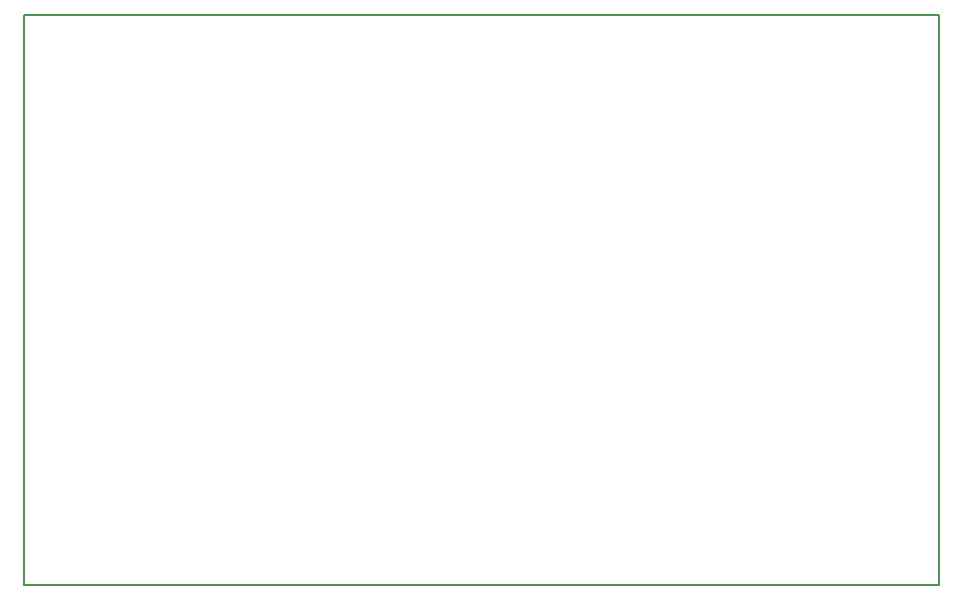
<source format=gm1>
G04 #@! TF.FileFunction,Profile,NP*
%FSLAX46Y46*%
G04 Gerber Fmt 4.6, Leading zero omitted, Abs format (unit mm)*
G04 Created by KiCad (PCBNEW 4.0.2-stable) date 2016年05月15日日曜日 13:14:42*
%MOMM*%
G01*
G04 APERTURE LIST*
%ADD10C,0.100000*%
%ADD11C,0.150000*%
G04 APERTURE END LIST*
D10*
D11*
X152400000Y-132080000D02*
X152400000Y-83820000D01*
X229870000Y-132080000D02*
X152400000Y-132080000D01*
X229870000Y-83820000D02*
X229870000Y-132080000D01*
X152400000Y-83820000D02*
X229870000Y-83820000D01*
M02*

</source>
